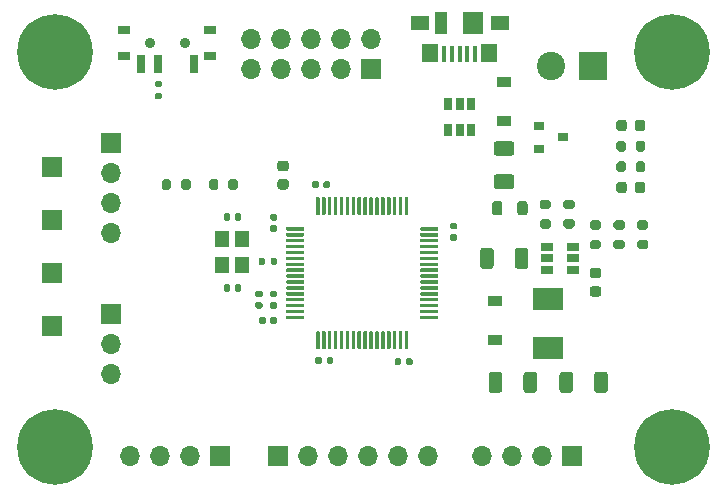
<source format=gbr>
%TF.GenerationSoftware,KiCad,Pcbnew,(5.1.10)-1*%
%TF.CreationDate,2021-07-10T11:27:40-07:00*%
%TF.ProjectId,willios_v2,77696c6c-696f-4735-9f76-322e6b696361,rev?*%
%TF.SameCoordinates,Original*%
%TF.FileFunction,Soldermask,Top*%
%TF.FilePolarity,Negative*%
%FSLAX46Y46*%
G04 Gerber Fmt 4.6, Leading zero omitted, Abs format (unit mm)*
G04 Created by KiCad (PCBNEW (5.1.10)-1) date 2021-07-10 11:27:40*
%MOMM*%
%LPD*%
G01*
G04 APERTURE LIST*
%ADD10O,1.700000X1.700000*%
%ADD11R,1.700000X1.700000*%
%ADD12C,6.400000*%
%ADD13C,0.800000*%
%ADD14R,1.200000X0.900000*%
%ADD15R,2.400000X2.400000*%
%ADD16C,2.400000*%
%ADD17R,0.450000X1.380000*%
%ADD18R,1.425000X1.550000*%
%ADD19R,1.650000X1.300000*%
%ADD20R,1.800000X1.900000*%
%ADD21R,1.000000X1.900000*%
%ADD22R,2.500000X1.900000*%
%ADD23R,0.900000X0.800000*%
%ADD24C,0.900000*%
%ADD25R,0.700000X1.500000*%
%ADD26R,1.000000X0.800000*%
%ADD27R,1.060000X0.650000*%
%ADD28R,0.650000X1.060000*%
%ADD29R,1.200000X1.400000*%
G04 APERTURE END LIST*
D10*
%TO.C,J9*%
X90700000Y-135620000D03*
X90700000Y-133080000D03*
X90700000Y-130540000D03*
D11*
X90700000Y-128000000D03*
%TD*%
%TO.C,R7*%
G36*
G01*
X101475000Y-131225000D02*
X101475000Y-131775000D01*
G75*
G02*
X101275000Y-131975000I-200000J0D01*
G01*
X100875000Y-131975000D01*
G75*
G02*
X100675000Y-131775000I0J200000D01*
G01*
X100675000Y-131225000D01*
G75*
G02*
X100875000Y-131025000I200000J0D01*
G01*
X101275000Y-131025000D01*
G75*
G02*
X101475000Y-131225000I0J-200000D01*
G01*
G37*
G36*
G01*
X99825000Y-131225000D02*
X99825000Y-131775000D01*
G75*
G02*
X99625000Y-131975000I-200000J0D01*
G01*
X99225000Y-131975000D01*
G75*
G02*
X99025000Y-131775000I0J200000D01*
G01*
X99025000Y-131225000D01*
G75*
G02*
X99225000Y-131025000I200000J0D01*
G01*
X99625000Y-131025000D01*
G75*
G02*
X99825000Y-131225000I0J-200000D01*
G01*
G37*
%TD*%
D12*
%TO.C,H1*%
X86000000Y-120250000D03*
D13*
X88400000Y-120250000D03*
X87697056Y-121947056D03*
X86000000Y-122650000D03*
X84302944Y-121947056D03*
X83600000Y-120250000D03*
X84302944Y-118552944D03*
X86000000Y-117850000D03*
X87697056Y-118552944D03*
%TD*%
D11*
%TO.C,J12*%
X85750000Y-134500000D03*
%TD*%
%TO.C,J11*%
X85750000Y-139000000D03*
%TD*%
%TO.C,J10*%
X85750000Y-143500000D03*
%TD*%
D10*
%TO.C,J8*%
X90750000Y-147580000D03*
X90750000Y-145040000D03*
D11*
X90750000Y-142500000D03*
%TD*%
%TO.C,J7*%
X85750000Y-130000000D03*
%TD*%
D10*
%TO.C,J6*%
X117540000Y-154500000D03*
X115000000Y-154500000D03*
X112460000Y-154500000D03*
X109920000Y-154500000D03*
X107380000Y-154500000D03*
D11*
X104840000Y-154500000D03*
%TD*%
D10*
%TO.C,J5*%
X92380000Y-154500000D03*
X94920000Y-154500000D03*
X97460000Y-154500000D03*
D11*
X100000000Y-154500000D03*
%TD*%
D10*
%TO.C,J4*%
X122130000Y-154500000D03*
X124670000Y-154500000D03*
X127210000Y-154500000D03*
D11*
X129750000Y-154500000D03*
%TD*%
%TO.C,C1*%
G36*
G01*
X131500000Y-140100000D02*
X132000000Y-140100000D01*
G75*
G02*
X132225000Y-140325000I0J-225000D01*
G01*
X132225000Y-140775000D01*
G75*
G02*
X132000000Y-141000000I-225000J0D01*
G01*
X131500000Y-141000000D01*
G75*
G02*
X131275000Y-140775000I0J225000D01*
G01*
X131275000Y-140325000D01*
G75*
G02*
X131500000Y-140100000I225000J0D01*
G01*
G37*
G36*
G01*
X131500000Y-138550000D02*
X132000000Y-138550000D01*
G75*
G02*
X132225000Y-138775000I0J-225000D01*
G01*
X132225000Y-139225000D01*
G75*
G02*
X132000000Y-139450000I-225000J0D01*
G01*
X131500000Y-139450000D01*
G75*
G02*
X131275000Y-139225000I0J225000D01*
G01*
X131275000Y-138775000D01*
G75*
G02*
X131500000Y-138550000I225000J0D01*
G01*
G37*
%TD*%
%TO.C,C2*%
G36*
G01*
X126075000Y-137099999D02*
X126075000Y-138400001D01*
G75*
G02*
X125825001Y-138650000I-249999J0D01*
G01*
X125174999Y-138650000D01*
G75*
G02*
X124925000Y-138400001I0J249999D01*
G01*
X124925000Y-137099999D01*
G75*
G02*
X125174999Y-136850000I249999J0D01*
G01*
X125825001Y-136850000D01*
G75*
G02*
X126075000Y-137099999I0J-249999D01*
G01*
G37*
G36*
G01*
X123125000Y-137099999D02*
X123125000Y-138400001D01*
G75*
G02*
X122875001Y-138650000I-249999J0D01*
G01*
X122224999Y-138650000D01*
G75*
G02*
X121975000Y-138400001I0J249999D01*
G01*
X121975000Y-137099999D01*
G75*
G02*
X122224999Y-136850000I249999J0D01*
G01*
X122875001Y-136850000D01*
G75*
G02*
X123125000Y-137099999I0J-249999D01*
G01*
G37*
%TD*%
%TO.C,C3*%
G36*
G01*
X131650000Y-148900001D02*
X131650000Y-147599999D01*
G75*
G02*
X131899999Y-147350000I249999J0D01*
G01*
X132550001Y-147350000D01*
G75*
G02*
X132800000Y-147599999I0J-249999D01*
G01*
X132800000Y-148900001D01*
G75*
G02*
X132550001Y-149150000I-249999J0D01*
G01*
X131899999Y-149150000D01*
G75*
G02*
X131650000Y-148900001I0J249999D01*
G01*
G37*
G36*
G01*
X128700000Y-148900001D02*
X128700000Y-147599999D01*
G75*
G02*
X128949999Y-147350000I249999J0D01*
G01*
X129600001Y-147350000D01*
G75*
G02*
X129850000Y-147599999I0J-249999D01*
G01*
X129850000Y-148900001D01*
G75*
G02*
X129600001Y-149150000I-249999J0D01*
G01*
X128949999Y-149150000D01*
G75*
G02*
X128700000Y-148900001I0J249999D01*
G01*
G37*
%TD*%
%TO.C,C4*%
G36*
G01*
X126800000Y-147599999D02*
X126800000Y-148900001D01*
G75*
G02*
X126550001Y-149150000I-249999J0D01*
G01*
X125899999Y-149150000D01*
G75*
G02*
X125650000Y-148900001I0J249999D01*
G01*
X125650000Y-147599999D01*
G75*
G02*
X125899999Y-147350000I249999J0D01*
G01*
X126550001Y-147350000D01*
G75*
G02*
X126800000Y-147599999I0J-249999D01*
G01*
G37*
G36*
G01*
X123850000Y-147599999D02*
X123850000Y-148900001D01*
G75*
G02*
X123600001Y-149150000I-249999J0D01*
G01*
X122949999Y-149150000D01*
G75*
G02*
X122700000Y-148900001I0J249999D01*
G01*
X122700000Y-147599999D01*
G75*
G02*
X122949999Y-147350000I249999J0D01*
G01*
X123600001Y-147350000D01*
G75*
G02*
X123850000Y-147599999I0J-249999D01*
G01*
G37*
%TD*%
%TO.C,C5*%
G36*
G01*
X105050000Y-129475000D02*
X105550000Y-129475000D01*
G75*
G02*
X105775000Y-129700000I0J-225000D01*
G01*
X105775000Y-130150000D01*
G75*
G02*
X105550000Y-130375000I-225000J0D01*
G01*
X105050000Y-130375000D01*
G75*
G02*
X104825000Y-130150000I0J225000D01*
G01*
X104825000Y-129700000D01*
G75*
G02*
X105050000Y-129475000I225000J0D01*
G01*
G37*
G36*
G01*
X105050000Y-131025000D02*
X105550000Y-131025000D01*
G75*
G02*
X105775000Y-131250000I0J-225000D01*
G01*
X105775000Y-131700000D01*
G75*
G02*
X105550000Y-131925000I-225000J0D01*
G01*
X105050000Y-131925000D01*
G75*
G02*
X104825000Y-131700000I0J225000D01*
G01*
X104825000Y-131250000D01*
G75*
G02*
X105050000Y-131025000I225000J0D01*
G01*
G37*
%TD*%
%TO.C,C6*%
G36*
G01*
X108720000Y-131670000D02*
X108720000Y-131330000D01*
G75*
G02*
X108860000Y-131190000I140000J0D01*
G01*
X109140000Y-131190000D01*
G75*
G02*
X109280000Y-131330000I0J-140000D01*
G01*
X109280000Y-131670000D01*
G75*
G02*
X109140000Y-131810000I-140000J0D01*
G01*
X108860000Y-131810000D01*
G75*
G02*
X108720000Y-131670000I0J140000D01*
G01*
G37*
G36*
G01*
X107760000Y-131670000D02*
X107760000Y-131330000D01*
G75*
G02*
X107900000Y-131190000I140000J0D01*
G01*
X108180000Y-131190000D01*
G75*
G02*
X108320000Y-131330000I0J-140000D01*
G01*
X108320000Y-131670000D01*
G75*
G02*
X108180000Y-131810000I-140000J0D01*
G01*
X107900000Y-131810000D01*
G75*
G02*
X107760000Y-131670000I0J140000D01*
G01*
G37*
%TD*%
%TO.C,C7*%
G36*
G01*
X109560000Y-146230000D02*
X109560000Y-146570000D01*
G75*
G02*
X109420000Y-146710000I-140000J0D01*
G01*
X109140000Y-146710000D01*
G75*
G02*
X109000000Y-146570000I0J140000D01*
G01*
X109000000Y-146230000D01*
G75*
G02*
X109140000Y-146090000I140000J0D01*
G01*
X109420000Y-146090000D01*
G75*
G02*
X109560000Y-146230000I0J-140000D01*
G01*
G37*
G36*
G01*
X108600000Y-146230000D02*
X108600000Y-146570000D01*
G75*
G02*
X108460000Y-146710000I-140000J0D01*
G01*
X108180000Y-146710000D01*
G75*
G02*
X108040000Y-146570000I0J140000D01*
G01*
X108040000Y-146230000D01*
G75*
G02*
X108180000Y-146090000I140000J0D01*
G01*
X108460000Y-146090000D01*
G75*
G02*
X108600000Y-146230000I0J-140000D01*
G01*
G37*
%TD*%
%TO.C,C8*%
G36*
G01*
X115300000Y-146330000D02*
X115300000Y-146670000D01*
G75*
G02*
X115160000Y-146810000I-140000J0D01*
G01*
X114880000Y-146810000D01*
G75*
G02*
X114740000Y-146670000I0J140000D01*
G01*
X114740000Y-146330000D01*
G75*
G02*
X114880000Y-146190000I140000J0D01*
G01*
X115160000Y-146190000D01*
G75*
G02*
X115300000Y-146330000I0J-140000D01*
G01*
G37*
G36*
G01*
X116260000Y-146330000D02*
X116260000Y-146670000D01*
G75*
G02*
X116120000Y-146810000I-140000J0D01*
G01*
X115840000Y-146810000D01*
G75*
G02*
X115700000Y-146670000I0J140000D01*
G01*
X115700000Y-146330000D01*
G75*
G02*
X115840000Y-146190000I140000J0D01*
G01*
X116120000Y-146190000D01*
G75*
G02*
X116260000Y-146330000I0J-140000D01*
G01*
G37*
%TD*%
%TO.C,C9*%
G36*
G01*
X119580000Y-134740000D02*
X119920000Y-134740000D01*
G75*
G02*
X120060000Y-134880000I0J-140000D01*
G01*
X120060000Y-135160000D01*
G75*
G02*
X119920000Y-135300000I-140000J0D01*
G01*
X119580000Y-135300000D01*
G75*
G02*
X119440000Y-135160000I0J140000D01*
G01*
X119440000Y-134880000D01*
G75*
G02*
X119580000Y-134740000I140000J0D01*
G01*
G37*
G36*
G01*
X119580000Y-135700000D02*
X119920000Y-135700000D01*
G75*
G02*
X120060000Y-135840000I0J-140000D01*
G01*
X120060000Y-136120000D01*
G75*
G02*
X119920000Y-136260000I-140000J0D01*
G01*
X119580000Y-136260000D01*
G75*
G02*
X119440000Y-136120000I0J140000D01*
G01*
X119440000Y-135840000D01*
G75*
G02*
X119580000Y-135700000I140000J0D01*
G01*
G37*
%TD*%
%TO.C,C10*%
G36*
G01*
X104670000Y-135510000D02*
X104330000Y-135510000D01*
G75*
G02*
X104190000Y-135370000I0J140000D01*
G01*
X104190000Y-135090000D01*
G75*
G02*
X104330000Y-134950000I140000J0D01*
G01*
X104670000Y-134950000D01*
G75*
G02*
X104810000Y-135090000I0J-140000D01*
G01*
X104810000Y-135370000D01*
G75*
G02*
X104670000Y-135510000I-140000J0D01*
G01*
G37*
G36*
G01*
X104670000Y-134550000D02*
X104330000Y-134550000D01*
G75*
G02*
X104190000Y-134410000I0J140000D01*
G01*
X104190000Y-134130000D01*
G75*
G02*
X104330000Y-133990000I140000J0D01*
G01*
X104670000Y-133990000D01*
G75*
G02*
X104810000Y-134130000I0J-140000D01*
G01*
X104810000Y-134410000D01*
G75*
G02*
X104670000Y-134550000I-140000J0D01*
G01*
G37*
%TD*%
%TO.C,C11*%
G36*
G01*
X103420000Y-141050000D02*
X103080000Y-141050000D01*
G75*
G02*
X102940000Y-140910000I0J140000D01*
G01*
X102940000Y-140630000D01*
G75*
G02*
X103080000Y-140490000I140000J0D01*
G01*
X103420000Y-140490000D01*
G75*
G02*
X103560000Y-140630000I0J-140000D01*
G01*
X103560000Y-140910000D01*
G75*
G02*
X103420000Y-141050000I-140000J0D01*
G01*
G37*
G36*
G01*
X103420000Y-142010000D02*
X103080000Y-142010000D01*
G75*
G02*
X102940000Y-141870000I0J140000D01*
G01*
X102940000Y-141590000D01*
G75*
G02*
X103080000Y-141450000I140000J0D01*
G01*
X103420000Y-141450000D01*
G75*
G02*
X103560000Y-141590000I0J-140000D01*
G01*
X103560000Y-141870000D01*
G75*
G02*
X103420000Y-142010000I-140000J0D01*
G01*
G37*
%TD*%
%TO.C,C12*%
G36*
G01*
X104670000Y-142010000D02*
X104330000Y-142010000D01*
G75*
G02*
X104190000Y-141870000I0J140000D01*
G01*
X104190000Y-141590000D01*
G75*
G02*
X104330000Y-141450000I140000J0D01*
G01*
X104670000Y-141450000D01*
G75*
G02*
X104810000Y-141590000I0J-140000D01*
G01*
X104810000Y-141870000D01*
G75*
G02*
X104670000Y-142010000I-140000J0D01*
G01*
G37*
G36*
G01*
X104670000Y-141050000D02*
X104330000Y-141050000D01*
G75*
G02*
X104190000Y-140910000I0J140000D01*
G01*
X104190000Y-140630000D01*
G75*
G02*
X104330000Y-140490000I140000J0D01*
G01*
X104670000Y-140490000D01*
G75*
G02*
X104810000Y-140630000I0J-140000D01*
G01*
X104810000Y-140910000D01*
G75*
G02*
X104670000Y-141050000I-140000J0D01*
G01*
G37*
%TD*%
%TO.C,C13*%
G36*
G01*
X100260000Y-134420000D02*
X100260000Y-134080000D01*
G75*
G02*
X100400000Y-133940000I140000J0D01*
G01*
X100680000Y-133940000D01*
G75*
G02*
X100820000Y-134080000I0J-140000D01*
G01*
X100820000Y-134420000D01*
G75*
G02*
X100680000Y-134560000I-140000J0D01*
G01*
X100400000Y-134560000D01*
G75*
G02*
X100260000Y-134420000I0J140000D01*
G01*
G37*
G36*
G01*
X101220000Y-134420000D02*
X101220000Y-134080000D01*
G75*
G02*
X101360000Y-133940000I140000J0D01*
G01*
X101640000Y-133940000D01*
G75*
G02*
X101780000Y-134080000I0J-140000D01*
G01*
X101780000Y-134420000D01*
G75*
G02*
X101640000Y-134560000I-140000J0D01*
G01*
X101360000Y-134560000D01*
G75*
G02*
X101220000Y-134420000I0J140000D01*
G01*
G37*
%TD*%
%TO.C,C14*%
G36*
G01*
X100820000Y-140080000D02*
X100820000Y-140420000D01*
G75*
G02*
X100680000Y-140560000I-140000J0D01*
G01*
X100400000Y-140560000D01*
G75*
G02*
X100260000Y-140420000I0J140000D01*
G01*
X100260000Y-140080000D01*
G75*
G02*
X100400000Y-139940000I140000J0D01*
G01*
X100680000Y-139940000D01*
G75*
G02*
X100820000Y-140080000I0J-140000D01*
G01*
G37*
G36*
G01*
X101780000Y-140080000D02*
X101780000Y-140420000D01*
G75*
G02*
X101640000Y-140560000I-140000J0D01*
G01*
X101360000Y-140560000D01*
G75*
G02*
X101220000Y-140420000I0J140000D01*
G01*
X101220000Y-140080000D01*
G75*
G02*
X101360000Y-139940000I140000J0D01*
G01*
X101640000Y-139940000D01*
G75*
G02*
X101780000Y-140080000I0J-140000D01*
G01*
G37*
%TD*%
D14*
%TO.C,D1*%
X124000000Y-122850000D03*
X124000000Y-126150000D03*
%TD*%
%TO.C,D2*%
X123250000Y-141350000D03*
X123250000Y-144650000D03*
%TD*%
%TO.C,D3*%
G36*
G01*
X133525000Y-126756250D02*
X133525000Y-126243750D01*
G75*
G02*
X133743750Y-126025000I218750J0D01*
G01*
X134181250Y-126025000D01*
G75*
G02*
X134400000Y-126243750I0J-218750D01*
G01*
X134400000Y-126756250D01*
G75*
G02*
X134181250Y-126975000I-218750J0D01*
G01*
X133743750Y-126975000D01*
G75*
G02*
X133525000Y-126756250I0J218750D01*
G01*
G37*
G36*
G01*
X135100000Y-126756250D02*
X135100000Y-126243750D01*
G75*
G02*
X135318750Y-126025000I218750J0D01*
G01*
X135756250Y-126025000D01*
G75*
G02*
X135975000Y-126243750I0J-218750D01*
G01*
X135975000Y-126756250D01*
G75*
G02*
X135756250Y-126975000I-218750J0D01*
G01*
X135318750Y-126975000D01*
G75*
G02*
X135100000Y-126756250I0J218750D01*
G01*
G37*
%TD*%
%TO.C,D4*%
G36*
G01*
X135100000Y-132006250D02*
X135100000Y-131493750D01*
G75*
G02*
X135318750Y-131275000I218750J0D01*
G01*
X135756250Y-131275000D01*
G75*
G02*
X135975000Y-131493750I0J-218750D01*
G01*
X135975000Y-132006250D01*
G75*
G02*
X135756250Y-132225000I-218750J0D01*
G01*
X135318750Y-132225000D01*
G75*
G02*
X135100000Y-132006250I0J218750D01*
G01*
G37*
G36*
G01*
X133525000Y-132006250D02*
X133525000Y-131493750D01*
G75*
G02*
X133743750Y-131275000I218750J0D01*
G01*
X134181250Y-131275000D01*
G75*
G02*
X134400000Y-131493750I0J-218750D01*
G01*
X134400000Y-132006250D01*
G75*
G02*
X134181250Y-132225000I-218750J0D01*
G01*
X133743750Y-132225000D01*
G75*
G02*
X133525000Y-132006250I0J218750D01*
G01*
G37*
%TD*%
%TO.C,F1*%
G36*
G01*
X124625000Y-131875000D02*
X123375000Y-131875000D01*
G75*
G02*
X123125000Y-131625000I0J250000D01*
G01*
X123125000Y-130875000D01*
G75*
G02*
X123375000Y-130625000I250000J0D01*
G01*
X124625000Y-130625000D01*
G75*
G02*
X124875000Y-130875000I0J-250000D01*
G01*
X124875000Y-131625000D01*
G75*
G02*
X124625000Y-131875000I-250000J0D01*
G01*
G37*
G36*
G01*
X124625000Y-129075000D02*
X123375000Y-129075000D01*
G75*
G02*
X123125000Y-128825000I0J250000D01*
G01*
X123125000Y-128075000D01*
G75*
G02*
X123375000Y-127825000I250000J0D01*
G01*
X124625000Y-127825000D01*
G75*
G02*
X124875000Y-128075000I0J-250000D01*
G01*
X124875000Y-128825000D01*
G75*
G02*
X124625000Y-129075000I-250000J0D01*
G01*
G37*
%TD*%
%TO.C,FB1*%
G36*
G01*
X126000000Y-133118750D02*
X126000000Y-133881250D01*
G75*
G02*
X125781250Y-134100000I-218750J0D01*
G01*
X125343750Y-134100000D01*
G75*
G02*
X125125000Y-133881250I0J218750D01*
G01*
X125125000Y-133118750D01*
G75*
G02*
X125343750Y-132900000I218750J0D01*
G01*
X125781250Y-132900000D01*
G75*
G02*
X126000000Y-133118750I0J-218750D01*
G01*
G37*
G36*
G01*
X123875000Y-133118750D02*
X123875000Y-133881250D01*
G75*
G02*
X123656250Y-134100000I-218750J0D01*
G01*
X123218750Y-134100000D01*
G75*
G02*
X123000000Y-133881250I0J218750D01*
G01*
X123000000Y-133118750D01*
G75*
G02*
X123218750Y-132900000I218750J0D01*
G01*
X123656250Y-132900000D01*
G75*
G02*
X123875000Y-133118750I0J-218750D01*
G01*
G37*
%TD*%
D13*
%TO.C,H2*%
X139947056Y-118552944D03*
X138250000Y-117850000D03*
X136552944Y-118552944D03*
X135850000Y-120250000D03*
X136552944Y-121947056D03*
X138250000Y-122650000D03*
X139947056Y-121947056D03*
X140650000Y-120250000D03*
D12*
X138250000Y-120250000D03*
%TD*%
%TO.C,H3*%
X86000000Y-153750000D03*
D13*
X88400000Y-153750000D03*
X87697056Y-155447056D03*
X86000000Y-156150000D03*
X84302944Y-155447056D03*
X83600000Y-153750000D03*
X84302944Y-152052944D03*
X86000000Y-151350000D03*
X87697056Y-152052944D03*
%TD*%
%TO.C,H4*%
X139947056Y-152052944D03*
X138250000Y-151350000D03*
X136552944Y-152052944D03*
X135850000Y-153750000D03*
X136552944Y-155447056D03*
X138250000Y-156150000D03*
X139947056Y-155447056D03*
X140650000Y-153750000D03*
D12*
X138250000Y-153750000D03*
%TD*%
D15*
%TO.C,J1*%
X131500000Y-121500000D03*
D16*
X128000000Y-121500000D03*
%TD*%
D17*
%TO.C,J2*%
X121550000Y-120460000D03*
X120900000Y-120460000D03*
X120250000Y-120460000D03*
X119600000Y-120460000D03*
X118950000Y-120460000D03*
D18*
X122737500Y-120375000D03*
X117762500Y-120375000D03*
D19*
X123625000Y-117800000D03*
X116875000Y-117800000D03*
D20*
X121400000Y-117800000D03*
D21*
X118700000Y-117800000D03*
%TD*%
D11*
%TO.C,J3*%
X112750000Y-121750000D03*
D10*
X112750000Y-119210000D03*
X110210000Y-121750000D03*
X110210000Y-119210000D03*
X107670000Y-121750000D03*
X107670000Y-119210000D03*
X105130000Y-121750000D03*
X105130000Y-119210000D03*
X102590000Y-121750000D03*
X102590000Y-119210000D03*
%TD*%
D22*
%TO.C,L1*%
X127750000Y-141200000D03*
X127750000Y-145300000D03*
%TD*%
%TO.C,L2*%
G36*
G01*
X103235000Y-143172500D02*
X103235000Y-142827500D01*
G75*
G02*
X103382500Y-142680000I147500J0D01*
G01*
X103677500Y-142680000D01*
G75*
G02*
X103825000Y-142827500I0J-147500D01*
G01*
X103825000Y-143172500D01*
G75*
G02*
X103677500Y-143320000I-147500J0D01*
G01*
X103382500Y-143320000D01*
G75*
G02*
X103235000Y-143172500I0J147500D01*
G01*
G37*
G36*
G01*
X104205000Y-143172500D02*
X104205000Y-142827500D01*
G75*
G02*
X104352500Y-142680000I147500J0D01*
G01*
X104647500Y-142680000D01*
G75*
G02*
X104795000Y-142827500I0J-147500D01*
G01*
X104795000Y-143172500D01*
G75*
G02*
X104647500Y-143320000I-147500J0D01*
G01*
X104352500Y-143320000D01*
G75*
G02*
X104205000Y-143172500I0J147500D01*
G01*
G37*
%TD*%
D23*
%TO.C,Q1*%
X127000000Y-126550000D03*
X127000000Y-128450000D03*
X129000000Y-127500000D03*
%TD*%
%TO.C,R1*%
G36*
G01*
X127225000Y-132775000D02*
X127775000Y-132775000D01*
G75*
G02*
X127975000Y-132975000I0J-200000D01*
G01*
X127975000Y-133375000D01*
G75*
G02*
X127775000Y-133575000I-200000J0D01*
G01*
X127225000Y-133575000D01*
G75*
G02*
X127025000Y-133375000I0J200000D01*
G01*
X127025000Y-132975000D01*
G75*
G02*
X127225000Y-132775000I200000J0D01*
G01*
G37*
G36*
G01*
X127225000Y-134425000D02*
X127775000Y-134425000D01*
G75*
G02*
X127975000Y-134625000I0J-200000D01*
G01*
X127975000Y-135025000D01*
G75*
G02*
X127775000Y-135225000I-200000J0D01*
G01*
X127225000Y-135225000D01*
G75*
G02*
X127025000Y-135025000I0J200000D01*
G01*
X127025000Y-134625000D01*
G75*
G02*
X127225000Y-134425000I200000J0D01*
G01*
G37*
%TD*%
%TO.C,R2*%
G36*
G01*
X129775000Y-133575000D02*
X129225000Y-133575000D01*
G75*
G02*
X129025000Y-133375000I0J200000D01*
G01*
X129025000Y-132975000D01*
G75*
G02*
X129225000Y-132775000I200000J0D01*
G01*
X129775000Y-132775000D01*
G75*
G02*
X129975000Y-132975000I0J-200000D01*
G01*
X129975000Y-133375000D01*
G75*
G02*
X129775000Y-133575000I-200000J0D01*
G01*
G37*
G36*
G01*
X129775000Y-135225000D02*
X129225000Y-135225000D01*
G75*
G02*
X129025000Y-135025000I0J200000D01*
G01*
X129025000Y-134625000D01*
G75*
G02*
X129225000Y-134425000I200000J0D01*
G01*
X129775000Y-134425000D01*
G75*
G02*
X129975000Y-134625000I0J-200000D01*
G01*
X129975000Y-135025000D01*
G75*
G02*
X129775000Y-135225000I-200000J0D01*
G01*
G37*
%TD*%
%TO.C,R3*%
G36*
G01*
X131475000Y-134525000D02*
X132025000Y-134525000D01*
G75*
G02*
X132225000Y-134725000I0J-200000D01*
G01*
X132225000Y-135125000D01*
G75*
G02*
X132025000Y-135325000I-200000J0D01*
G01*
X131475000Y-135325000D01*
G75*
G02*
X131275000Y-135125000I0J200000D01*
G01*
X131275000Y-134725000D01*
G75*
G02*
X131475000Y-134525000I200000J0D01*
G01*
G37*
G36*
G01*
X131475000Y-136175000D02*
X132025000Y-136175000D01*
G75*
G02*
X132225000Y-136375000I0J-200000D01*
G01*
X132225000Y-136775000D01*
G75*
G02*
X132025000Y-136975000I-200000J0D01*
G01*
X131475000Y-136975000D01*
G75*
G02*
X131275000Y-136775000I0J200000D01*
G01*
X131275000Y-136375000D01*
G75*
G02*
X131475000Y-136175000I200000J0D01*
G01*
G37*
%TD*%
%TO.C,R4*%
G36*
G01*
X134025000Y-136975000D02*
X133475000Y-136975000D01*
G75*
G02*
X133275000Y-136775000I0J200000D01*
G01*
X133275000Y-136375000D01*
G75*
G02*
X133475000Y-136175000I200000J0D01*
G01*
X134025000Y-136175000D01*
G75*
G02*
X134225000Y-136375000I0J-200000D01*
G01*
X134225000Y-136775000D01*
G75*
G02*
X134025000Y-136975000I-200000J0D01*
G01*
G37*
G36*
G01*
X134025000Y-135325000D02*
X133475000Y-135325000D01*
G75*
G02*
X133275000Y-135125000I0J200000D01*
G01*
X133275000Y-134725000D01*
G75*
G02*
X133475000Y-134525000I200000J0D01*
G01*
X134025000Y-134525000D01*
G75*
G02*
X134225000Y-134725000I0J-200000D01*
G01*
X134225000Y-135125000D01*
G75*
G02*
X134025000Y-135325000I-200000J0D01*
G01*
G37*
%TD*%
%TO.C,R5*%
G36*
G01*
X135475000Y-136175000D02*
X136025000Y-136175000D01*
G75*
G02*
X136225000Y-136375000I0J-200000D01*
G01*
X136225000Y-136775000D01*
G75*
G02*
X136025000Y-136975000I-200000J0D01*
G01*
X135475000Y-136975000D01*
G75*
G02*
X135275000Y-136775000I0J200000D01*
G01*
X135275000Y-136375000D01*
G75*
G02*
X135475000Y-136175000I200000J0D01*
G01*
G37*
G36*
G01*
X135475000Y-134525000D02*
X136025000Y-134525000D01*
G75*
G02*
X136225000Y-134725000I0J-200000D01*
G01*
X136225000Y-135125000D01*
G75*
G02*
X136025000Y-135325000I-200000J0D01*
G01*
X135475000Y-135325000D01*
G75*
G02*
X135275000Y-135125000I0J200000D01*
G01*
X135275000Y-134725000D01*
G75*
G02*
X135475000Y-134525000I200000J0D01*
G01*
G37*
%TD*%
%TO.C,R6*%
G36*
G01*
X135175000Y-128525000D02*
X135175000Y-127975000D01*
G75*
G02*
X135375000Y-127775000I200000J0D01*
G01*
X135775000Y-127775000D01*
G75*
G02*
X135975000Y-127975000I0J-200000D01*
G01*
X135975000Y-128525000D01*
G75*
G02*
X135775000Y-128725000I-200000J0D01*
G01*
X135375000Y-128725000D01*
G75*
G02*
X135175000Y-128525000I0J200000D01*
G01*
G37*
G36*
G01*
X133525000Y-128525000D02*
X133525000Y-127975000D01*
G75*
G02*
X133725000Y-127775000I200000J0D01*
G01*
X134125000Y-127775000D01*
G75*
G02*
X134325000Y-127975000I0J-200000D01*
G01*
X134325000Y-128525000D01*
G75*
G02*
X134125000Y-128725000I-200000J0D01*
G01*
X133725000Y-128725000D01*
G75*
G02*
X133525000Y-128525000I0J200000D01*
G01*
G37*
%TD*%
%TO.C,R8*%
G36*
G01*
X96675000Y-131775000D02*
X96675000Y-131225000D01*
G75*
G02*
X96875000Y-131025000I200000J0D01*
G01*
X97275000Y-131025000D01*
G75*
G02*
X97475000Y-131225000I0J-200000D01*
G01*
X97475000Y-131775000D01*
G75*
G02*
X97275000Y-131975000I-200000J0D01*
G01*
X96875000Y-131975000D01*
G75*
G02*
X96675000Y-131775000I0J200000D01*
G01*
G37*
G36*
G01*
X95025000Y-131775000D02*
X95025000Y-131225000D01*
G75*
G02*
X95225000Y-131025000I200000J0D01*
G01*
X95625000Y-131025000D01*
G75*
G02*
X95825000Y-131225000I0J-200000D01*
G01*
X95825000Y-131775000D01*
G75*
G02*
X95625000Y-131975000I-200000J0D01*
G01*
X95225000Y-131975000D01*
G75*
G02*
X95025000Y-131775000I0J200000D01*
G01*
G37*
%TD*%
%TO.C,R9*%
G36*
G01*
X94565000Y-122720000D02*
X94935000Y-122720000D01*
G75*
G02*
X95070000Y-122855000I0J-135000D01*
G01*
X95070000Y-123125000D01*
G75*
G02*
X94935000Y-123260000I-135000J0D01*
G01*
X94565000Y-123260000D01*
G75*
G02*
X94430000Y-123125000I0J135000D01*
G01*
X94430000Y-122855000D01*
G75*
G02*
X94565000Y-122720000I135000J0D01*
G01*
G37*
G36*
G01*
X94565000Y-123740000D02*
X94935000Y-123740000D01*
G75*
G02*
X95070000Y-123875000I0J-135000D01*
G01*
X95070000Y-124145000D01*
G75*
G02*
X94935000Y-124280000I-135000J0D01*
G01*
X94565000Y-124280000D01*
G75*
G02*
X94430000Y-124145000I0J135000D01*
G01*
X94430000Y-123875000D01*
G75*
G02*
X94565000Y-123740000I135000J0D01*
G01*
G37*
%TD*%
%TO.C,R10*%
G36*
G01*
X103760000Y-137815000D02*
X103760000Y-138185000D01*
G75*
G02*
X103625000Y-138320000I-135000J0D01*
G01*
X103355000Y-138320000D01*
G75*
G02*
X103220000Y-138185000I0J135000D01*
G01*
X103220000Y-137815000D01*
G75*
G02*
X103355000Y-137680000I135000J0D01*
G01*
X103625000Y-137680000D01*
G75*
G02*
X103760000Y-137815000I0J-135000D01*
G01*
G37*
G36*
G01*
X104780000Y-137815000D02*
X104780000Y-138185000D01*
G75*
G02*
X104645000Y-138320000I-135000J0D01*
G01*
X104375000Y-138320000D01*
G75*
G02*
X104240000Y-138185000I0J135000D01*
G01*
X104240000Y-137815000D01*
G75*
G02*
X104375000Y-137680000I135000J0D01*
G01*
X104645000Y-137680000D01*
G75*
G02*
X104780000Y-137815000I0J-135000D01*
G01*
G37*
%TD*%
%TO.C,R11*%
G36*
G01*
X133525000Y-130275000D02*
X133525000Y-129725000D01*
G75*
G02*
X133725000Y-129525000I200000J0D01*
G01*
X134125000Y-129525000D01*
G75*
G02*
X134325000Y-129725000I0J-200000D01*
G01*
X134325000Y-130275000D01*
G75*
G02*
X134125000Y-130475000I-200000J0D01*
G01*
X133725000Y-130475000D01*
G75*
G02*
X133525000Y-130275000I0J200000D01*
G01*
G37*
G36*
G01*
X135175000Y-130275000D02*
X135175000Y-129725000D01*
G75*
G02*
X135375000Y-129525000I200000J0D01*
G01*
X135775000Y-129525000D01*
G75*
G02*
X135975000Y-129725000I0J-200000D01*
G01*
X135975000Y-130275000D01*
G75*
G02*
X135775000Y-130475000I-200000J0D01*
G01*
X135375000Y-130475000D01*
G75*
G02*
X135175000Y-130275000I0J200000D01*
G01*
G37*
%TD*%
D24*
%TO.C,SW1*%
X97000000Y-119500000D03*
X94000000Y-119500000D03*
D25*
X97750000Y-121260000D03*
X94750000Y-121260000D03*
X93250000Y-121260000D03*
D26*
X99150000Y-118400000D03*
X91850000Y-118400000D03*
X91850000Y-120610000D03*
X99150000Y-120610000D03*
%TD*%
D27*
%TO.C,U1*%
X127650000Y-137750000D03*
X127650000Y-138700000D03*
X127650000Y-136800000D03*
X129850000Y-136800000D03*
X129850000Y-137750000D03*
X129850000Y-138700000D03*
%TD*%
D28*
%TO.C,U2*%
X121200000Y-124650000D03*
X120250000Y-124650000D03*
X119300000Y-124650000D03*
X119300000Y-126850000D03*
X121200000Y-126850000D03*
X120250000Y-126850000D03*
%TD*%
%TO.C,U3*%
G36*
G01*
X105550000Y-135325000D02*
X105550000Y-135175000D01*
G75*
G02*
X105625000Y-135100000I75000J0D01*
G01*
X107025000Y-135100000D01*
G75*
G02*
X107100000Y-135175000I0J-75000D01*
G01*
X107100000Y-135325000D01*
G75*
G02*
X107025000Y-135400000I-75000J0D01*
G01*
X105625000Y-135400000D01*
G75*
G02*
X105550000Y-135325000I0J75000D01*
G01*
G37*
G36*
G01*
X105550000Y-135825000D02*
X105550000Y-135675000D01*
G75*
G02*
X105625000Y-135600000I75000J0D01*
G01*
X107025000Y-135600000D01*
G75*
G02*
X107100000Y-135675000I0J-75000D01*
G01*
X107100000Y-135825000D01*
G75*
G02*
X107025000Y-135900000I-75000J0D01*
G01*
X105625000Y-135900000D01*
G75*
G02*
X105550000Y-135825000I0J75000D01*
G01*
G37*
G36*
G01*
X105550000Y-136325000D02*
X105550000Y-136175000D01*
G75*
G02*
X105625000Y-136100000I75000J0D01*
G01*
X107025000Y-136100000D01*
G75*
G02*
X107100000Y-136175000I0J-75000D01*
G01*
X107100000Y-136325000D01*
G75*
G02*
X107025000Y-136400000I-75000J0D01*
G01*
X105625000Y-136400000D01*
G75*
G02*
X105550000Y-136325000I0J75000D01*
G01*
G37*
G36*
G01*
X105550000Y-136825000D02*
X105550000Y-136675000D01*
G75*
G02*
X105625000Y-136600000I75000J0D01*
G01*
X107025000Y-136600000D01*
G75*
G02*
X107100000Y-136675000I0J-75000D01*
G01*
X107100000Y-136825000D01*
G75*
G02*
X107025000Y-136900000I-75000J0D01*
G01*
X105625000Y-136900000D01*
G75*
G02*
X105550000Y-136825000I0J75000D01*
G01*
G37*
G36*
G01*
X105550000Y-137325000D02*
X105550000Y-137175000D01*
G75*
G02*
X105625000Y-137100000I75000J0D01*
G01*
X107025000Y-137100000D01*
G75*
G02*
X107100000Y-137175000I0J-75000D01*
G01*
X107100000Y-137325000D01*
G75*
G02*
X107025000Y-137400000I-75000J0D01*
G01*
X105625000Y-137400000D01*
G75*
G02*
X105550000Y-137325000I0J75000D01*
G01*
G37*
G36*
G01*
X105550000Y-137825000D02*
X105550000Y-137675000D01*
G75*
G02*
X105625000Y-137600000I75000J0D01*
G01*
X107025000Y-137600000D01*
G75*
G02*
X107100000Y-137675000I0J-75000D01*
G01*
X107100000Y-137825000D01*
G75*
G02*
X107025000Y-137900000I-75000J0D01*
G01*
X105625000Y-137900000D01*
G75*
G02*
X105550000Y-137825000I0J75000D01*
G01*
G37*
G36*
G01*
X105550000Y-138325000D02*
X105550000Y-138175000D01*
G75*
G02*
X105625000Y-138100000I75000J0D01*
G01*
X107025000Y-138100000D01*
G75*
G02*
X107100000Y-138175000I0J-75000D01*
G01*
X107100000Y-138325000D01*
G75*
G02*
X107025000Y-138400000I-75000J0D01*
G01*
X105625000Y-138400000D01*
G75*
G02*
X105550000Y-138325000I0J75000D01*
G01*
G37*
G36*
G01*
X105550000Y-138825000D02*
X105550000Y-138675000D01*
G75*
G02*
X105625000Y-138600000I75000J0D01*
G01*
X107025000Y-138600000D01*
G75*
G02*
X107100000Y-138675000I0J-75000D01*
G01*
X107100000Y-138825000D01*
G75*
G02*
X107025000Y-138900000I-75000J0D01*
G01*
X105625000Y-138900000D01*
G75*
G02*
X105550000Y-138825000I0J75000D01*
G01*
G37*
G36*
G01*
X105550000Y-139325000D02*
X105550000Y-139175000D01*
G75*
G02*
X105625000Y-139100000I75000J0D01*
G01*
X107025000Y-139100000D01*
G75*
G02*
X107100000Y-139175000I0J-75000D01*
G01*
X107100000Y-139325000D01*
G75*
G02*
X107025000Y-139400000I-75000J0D01*
G01*
X105625000Y-139400000D01*
G75*
G02*
X105550000Y-139325000I0J75000D01*
G01*
G37*
G36*
G01*
X105550000Y-139825000D02*
X105550000Y-139675000D01*
G75*
G02*
X105625000Y-139600000I75000J0D01*
G01*
X107025000Y-139600000D01*
G75*
G02*
X107100000Y-139675000I0J-75000D01*
G01*
X107100000Y-139825000D01*
G75*
G02*
X107025000Y-139900000I-75000J0D01*
G01*
X105625000Y-139900000D01*
G75*
G02*
X105550000Y-139825000I0J75000D01*
G01*
G37*
G36*
G01*
X105550000Y-140325000D02*
X105550000Y-140175000D01*
G75*
G02*
X105625000Y-140100000I75000J0D01*
G01*
X107025000Y-140100000D01*
G75*
G02*
X107100000Y-140175000I0J-75000D01*
G01*
X107100000Y-140325000D01*
G75*
G02*
X107025000Y-140400000I-75000J0D01*
G01*
X105625000Y-140400000D01*
G75*
G02*
X105550000Y-140325000I0J75000D01*
G01*
G37*
G36*
G01*
X105550000Y-140825000D02*
X105550000Y-140675000D01*
G75*
G02*
X105625000Y-140600000I75000J0D01*
G01*
X107025000Y-140600000D01*
G75*
G02*
X107100000Y-140675000I0J-75000D01*
G01*
X107100000Y-140825000D01*
G75*
G02*
X107025000Y-140900000I-75000J0D01*
G01*
X105625000Y-140900000D01*
G75*
G02*
X105550000Y-140825000I0J75000D01*
G01*
G37*
G36*
G01*
X105550000Y-141325000D02*
X105550000Y-141175000D01*
G75*
G02*
X105625000Y-141100000I75000J0D01*
G01*
X107025000Y-141100000D01*
G75*
G02*
X107100000Y-141175000I0J-75000D01*
G01*
X107100000Y-141325000D01*
G75*
G02*
X107025000Y-141400000I-75000J0D01*
G01*
X105625000Y-141400000D01*
G75*
G02*
X105550000Y-141325000I0J75000D01*
G01*
G37*
G36*
G01*
X105550000Y-141825000D02*
X105550000Y-141675000D01*
G75*
G02*
X105625000Y-141600000I75000J0D01*
G01*
X107025000Y-141600000D01*
G75*
G02*
X107100000Y-141675000I0J-75000D01*
G01*
X107100000Y-141825000D01*
G75*
G02*
X107025000Y-141900000I-75000J0D01*
G01*
X105625000Y-141900000D01*
G75*
G02*
X105550000Y-141825000I0J75000D01*
G01*
G37*
G36*
G01*
X105550000Y-142325000D02*
X105550000Y-142175000D01*
G75*
G02*
X105625000Y-142100000I75000J0D01*
G01*
X107025000Y-142100000D01*
G75*
G02*
X107100000Y-142175000I0J-75000D01*
G01*
X107100000Y-142325000D01*
G75*
G02*
X107025000Y-142400000I-75000J0D01*
G01*
X105625000Y-142400000D01*
G75*
G02*
X105550000Y-142325000I0J75000D01*
G01*
G37*
G36*
G01*
X105550000Y-142825000D02*
X105550000Y-142675000D01*
G75*
G02*
X105625000Y-142600000I75000J0D01*
G01*
X107025000Y-142600000D01*
G75*
G02*
X107100000Y-142675000I0J-75000D01*
G01*
X107100000Y-142825000D01*
G75*
G02*
X107025000Y-142900000I-75000J0D01*
G01*
X105625000Y-142900000D01*
G75*
G02*
X105550000Y-142825000I0J75000D01*
G01*
G37*
G36*
G01*
X108100000Y-145375000D02*
X108100000Y-143975000D01*
G75*
G02*
X108175000Y-143900000I75000J0D01*
G01*
X108325000Y-143900000D01*
G75*
G02*
X108400000Y-143975000I0J-75000D01*
G01*
X108400000Y-145375000D01*
G75*
G02*
X108325000Y-145450000I-75000J0D01*
G01*
X108175000Y-145450000D01*
G75*
G02*
X108100000Y-145375000I0J75000D01*
G01*
G37*
G36*
G01*
X108600000Y-145375000D02*
X108600000Y-143975000D01*
G75*
G02*
X108675000Y-143900000I75000J0D01*
G01*
X108825000Y-143900000D01*
G75*
G02*
X108900000Y-143975000I0J-75000D01*
G01*
X108900000Y-145375000D01*
G75*
G02*
X108825000Y-145450000I-75000J0D01*
G01*
X108675000Y-145450000D01*
G75*
G02*
X108600000Y-145375000I0J75000D01*
G01*
G37*
G36*
G01*
X109100000Y-145375000D02*
X109100000Y-143975000D01*
G75*
G02*
X109175000Y-143900000I75000J0D01*
G01*
X109325000Y-143900000D01*
G75*
G02*
X109400000Y-143975000I0J-75000D01*
G01*
X109400000Y-145375000D01*
G75*
G02*
X109325000Y-145450000I-75000J0D01*
G01*
X109175000Y-145450000D01*
G75*
G02*
X109100000Y-145375000I0J75000D01*
G01*
G37*
G36*
G01*
X109600000Y-145375000D02*
X109600000Y-143975000D01*
G75*
G02*
X109675000Y-143900000I75000J0D01*
G01*
X109825000Y-143900000D01*
G75*
G02*
X109900000Y-143975000I0J-75000D01*
G01*
X109900000Y-145375000D01*
G75*
G02*
X109825000Y-145450000I-75000J0D01*
G01*
X109675000Y-145450000D01*
G75*
G02*
X109600000Y-145375000I0J75000D01*
G01*
G37*
G36*
G01*
X110100000Y-145375000D02*
X110100000Y-143975000D01*
G75*
G02*
X110175000Y-143900000I75000J0D01*
G01*
X110325000Y-143900000D01*
G75*
G02*
X110400000Y-143975000I0J-75000D01*
G01*
X110400000Y-145375000D01*
G75*
G02*
X110325000Y-145450000I-75000J0D01*
G01*
X110175000Y-145450000D01*
G75*
G02*
X110100000Y-145375000I0J75000D01*
G01*
G37*
G36*
G01*
X110600000Y-145375000D02*
X110600000Y-143975000D01*
G75*
G02*
X110675000Y-143900000I75000J0D01*
G01*
X110825000Y-143900000D01*
G75*
G02*
X110900000Y-143975000I0J-75000D01*
G01*
X110900000Y-145375000D01*
G75*
G02*
X110825000Y-145450000I-75000J0D01*
G01*
X110675000Y-145450000D01*
G75*
G02*
X110600000Y-145375000I0J75000D01*
G01*
G37*
G36*
G01*
X111100000Y-145375000D02*
X111100000Y-143975000D01*
G75*
G02*
X111175000Y-143900000I75000J0D01*
G01*
X111325000Y-143900000D01*
G75*
G02*
X111400000Y-143975000I0J-75000D01*
G01*
X111400000Y-145375000D01*
G75*
G02*
X111325000Y-145450000I-75000J0D01*
G01*
X111175000Y-145450000D01*
G75*
G02*
X111100000Y-145375000I0J75000D01*
G01*
G37*
G36*
G01*
X111600000Y-145375000D02*
X111600000Y-143975000D01*
G75*
G02*
X111675000Y-143900000I75000J0D01*
G01*
X111825000Y-143900000D01*
G75*
G02*
X111900000Y-143975000I0J-75000D01*
G01*
X111900000Y-145375000D01*
G75*
G02*
X111825000Y-145450000I-75000J0D01*
G01*
X111675000Y-145450000D01*
G75*
G02*
X111600000Y-145375000I0J75000D01*
G01*
G37*
G36*
G01*
X112100000Y-145375000D02*
X112100000Y-143975000D01*
G75*
G02*
X112175000Y-143900000I75000J0D01*
G01*
X112325000Y-143900000D01*
G75*
G02*
X112400000Y-143975000I0J-75000D01*
G01*
X112400000Y-145375000D01*
G75*
G02*
X112325000Y-145450000I-75000J0D01*
G01*
X112175000Y-145450000D01*
G75*
G02*
X112100000Y-145375000I0J75000D01*
G01*
G37*
G36*
G01*
X112600000Y-145375000D02*
X112600000Y-143975000D01*
G75*
G02*
X112675000Y-143900000I75000J0D01*
G01*
X112825000Y-143900000D01*
G75*
G02*
X112900000Y-143975000I0J-75000D01*
G01*
X112900000Y-145375000D01*
G75*
G02*
X112825000Y-145450000I-75000J0D01*
G01*
X112675000Y-145450000D01*
G75*
G02*
X112600000Y-145375000I0J75000D01*
G01*
G37*
G36*
G01*
X113100000Y-145375000D02*
X113100000Y-143975000D01*
G75*
G02*
X113175000Y-143900000I75000J0D01*
G01*
X113325000Y-143900000D01*
G75*
G02*
X113400000Y-143975000I0J-75000D01*
G01*
X113400000Y-145375000D01*
G75*
G02*
X113325000Y-145450000I-75000J0D01*
G01*
X113175000Y-145450000D01*
G75*
G02*
X113100000Y-145375000I0J75000D01*
G01*
G37*
G36*
G01*
X113600000Y-145375000D02*
X113600000Y-143975000D01*
G75*
G02*
X113675000Y-143900000I75000J0D01*
G01*
X113825000Y-143900000D01*
G75*
G02*
X113900000Y-143975000I0J-75000D01*
G01*
X113900000Y-145375000D01*
G75*
G02*
X113825000Y-145450000I-75000J0D01*
G01*
X113675000Y-145450000D01*
G75*
G02*
X113600000Y-145375000I0J75000D01*
G01*
G37*
G36*
G01*
X114100000Y-145375000D02*
X114100000Y-143975000D01*
G75*
G02*
X114175000Y-143900000I75000J0D01*
G01*
X114325000Y-143900000D01*
G75*
G02*
X114400000Y-143975000I0J-75000D01*
G01*
X114400000Y-145375000D01*
G75*
G02*
X114325000Y-145450000I-75000J0D01*
G01*
X114175000Y-145450000D01*
G75*
G02*
X114100000Y-145375000I0J75000D01*
G01*
G37*
G36*
G01*
X114600000Y-145375000D02*
X114600000Y-143975000D01*
G75*
G02*
X114675000Y-143900000I75000J0D01*
G01*
X114825000Y-143900000D01*
G75*
G02*
X114900000Y-143975000I0J-75000D01*
G01*
X114900000Y-145375000D01*
G75*
G02*
X114825000Y-145450000I-75000J0D01*
G01*
X114675000Y-145450000D01*
G75*
G02*
X114600000Y-145375000I0J75000D01*
G01*
G37*
G36*
G01*
X115100000Y-145375000D02*
X115100000Y-143975000D01*
G75*
G02*
X115175000Y-143900000I75000J0D01*
G01*
X115325000Y-143900000D01*
G75*
G02*
X115400000Y-143975000I0J-75000D01*
G01*
X115400000Y-145375000D01*
G75*
G02*
X115325000Y-145450000I-75000J0D01*
G01*
X115175000Y-145450000D01*
G75*
G02*
X115100000Y-145375000I0J75000D01*
G01*
G37*
G36*
G01*
X115600000Y-145375000D02*
X115600000Y-143975000D01*
G75*
G02*
X115675000Y-143900000I75000J0D01*
G01*
X115825000Y-143900000D01*
G75*
G02*
X115900000Y-143975000I0J-75000D01*
G01*
X115900000Y-145375000D01*
G75*
G02*
X115825000Y-145450000I-75000J0D01*
G01*
X115675000Y-145450000D01*
G75*
G02*
X115600000Y-145375000I0J75000D01*
G01*
G37*
G36*
G01*
X116900000Y-142825000D02*
X116900000Y-142675000D01*
G75*
G02*
X116975000Y-142600000I75000J0D01*
G01*
X118375000Y-142600000D01*
G75*
G02*
X118450000Y-142675000I0J-75000D01*
G01*
X118450000Y-142825000D01*
G75*
G02*
X118375000Y-142900000I-75000J0D01*
G01*
X116975000Y-142900000D01*
G75*
G02*
X116900000Y-142825000I0J75000D01*
G01*
G37*
G36*
G01*
X116900000Y-142325000D02*
X116900000Y-142175000D01*
G75*
G02*
X116975000Y-142100000I75000J0D01*
G01*
X118375000Y-142100000D01*
G75*
G02*
X118450000Y-142175000I0J-75000D01*
G01*
X118450000Y-142325000D01*
G75*
G02*
X118375000Y-142400000I-75000J0D01*
G01*
X116975000Y-142400000D01*
G75*
G02*
X116900000Y-142325000I0J75000D01*
G01*
G37*
G36*
G01*
X116900000Y-141825000D02*
X116900000Y-141675000D01*
G75*
G02*
X116975000Y-141600000I75000J0D01*
G01*
X118375000Y-141600000D01*
G75*
G02*
X118450000Y-141675000I0J-75000D01*
G01*
X118450000Y-141825000D01*
G75*
G02*
X118375000Y-141900000I-75000J0D01*
G01*
X116975000Y-141900000D01*
G75*
G02*
X116900000Y-141825000I0J75000D01*
G01*
G37*
G36*
G01*
X116900000Y-141325000D02*
X116900000Y-141175000D01*
G75*
G02*
X116975000Y-141100000I75000J0D01*
G01*
X118375000Y-141100000D01*
G75*
G02*
X118450000Y-141175000I0J-75000D01*
G01*
X118450000Y-141325000D01*
G75*
G02*
X118375000Y-141400000I-75000J0D01*
G01*
X116975000Y-141400000D01*
G75*
G02*
X116900000Y-141325000I0J75000D01*
G01*
G37*
G36*
G01*
X116900000Y-140825000D02*
X116900000Y-140675000D01*
G75*
G02*
X116975000Y-140600000I75000J0D01*
G01*
X118375000Y-140600000D01*
G75*
G02*
X118450000Y-140675000I0J-75000D01*
G01*
X118450000Y-140825000D01*
G75*
G02*
X118375000Y-140900000I-75000J0D01*
G01*
X116975000Y-140900000D01*
G75*
G02*
X116900000Y-140825000I0J75000D01*
G01*
G37*
G36*
G01*
X116900000Y-140325000D02*
X116900000Y-140175000D01*
G75*
G02*
X116975000Y-140100000I75000J0D01*
G01*
X118375000Y-140100000D01*
G75*
G02*
X118450000Y-140175000I0J-75000D01*
G01*
X118450000Y-140325000D01*
G75*
G02*
X118375000Y-140400000I-75000J0D01*
G01*
X116975000Y-140400000D01*
G75*
G02*
X116900000Y-140325000I0J75000D01*
G01*
G37*
G36*
G01*
X116900000Y-139825000D02*
X116900000Y-139675000D01*
G75*
G02*
X116975000Y-139600000I75000J0D01*
G01*
X118375000Y-139600000D01*
G75*
G02*
X118450000Y-139675000I0J-75000D01*
G01*
X118450000Y-139825000D01*
G75*
G02*
X118375000Y-139900000I-75000J0D01*
G01*
X116975000Y-139900000D01*
G75*
G02*
X116900000Y-139825000I0J75000D01*
G01*
G37*
G36*
G01*
X116900000Y-139325000D02*
X116900000Y-139175000D01*
G75*
G02*
X116975000Y-139100000I75000J0D01*
G01*
X118375000Y-139100000D01*
G75*
G02*
X118450000Y-139175000I0J-75000D01*
G01*
X118450000Y-139325000D01*
G75*
G02*
X118375000Y-139400000I-75000J0D01*
G01*
X116975000Y-139400000D01*
G75*
G02*
X116900000Y-139325000I0J75000D01*
G01*
G37*
G36*
G01*
X116900000Y-138825000D02*
X116900000Y-138675000D01*
G75*
G02*
X116975000Y-138600000I75000J0D01*
G01*
X118375000Y-138600000D01*
G75*
G02*
X118450000Y-138675000I0J-75000D01*
G01*
X118450000Y-138825000D01*
G75*
G02*
X118375000Y-138900000I-75000J0D01*
G01*
X116975000Y-138900000D01*
G75*
G02*
X116900000Y-138825000I0J75000D01*
G01*
G37*
G36*
G01*
X116900000Y-138325000D02*
X116900000Y-138175000D01*
G75*
G02*
X116975000Y-138100000I75000J0D01*
G01*
X118375000Y-138100000D01*
G75*
G02*
X118450000Y-138175000I0J-75000D01*
G01*
X118450000Y-138325000D01*
G75*
G02*
X118375000Y-138400000I-75000J0D01*
G01*
X116975000Y-138400000D01*
G75*
G02*
X116900000Y-138325000I0J75000D01*
G01*
G37*
G36*
G01*
X116900000Y-137825000D02*
X116900000Y-137675000D01*
G75*
G02*
X116975000Y-137600000I75000J0D01*
G01*
X118375000Y-137600000D01*
G75*
G02*
X118450000Y-137675000I0J-75000D01*
G01*
X118450000Y-137825000D01*
G75*
G02*
X118375000Y-137900000I-75000J0D01*
G01*
X116975000Y-137900000D01*
G75*
G02*
X116900000Y-137825000I0J75000D01*
G01*
G37*
G36*
G01*
X116900000Y-137325000D02*
X116900000Y-137175000D01*
G75*
G02*
X116975000Y-137100000I75000J0D01*
G01*
X118375000Y-137100000D01*
G75*
G02*
X118450000Y-137175000I0J-75000D01*
G01*
X118450000Y-137325000D01*
G75*
G02*
X118375000Y-137400000I-75000J0D01*
G01*
X116975000Y-137400000D01*
G75*
G02*
X116900000Y-137325000I0J75000D01*
G01*
G37*
G36*
G01*
X116900000Y-136825000D02*
X116900000Y-136675000D01*
G75*
G02*
X116975000Y-136600000I75000J0D01*
G01*
X118375000Y-136600000D01*
G75*
G02*
X118450000Y-136675000I0J-75000D01*
G01*
X118450000Y-136825000D01*
G75*
G02*
X118375000Y-136900000I-75000J0D01*
G01*
X116975000Y-136900000D01*
G75*
G02*
X116900000Y-136825000I0J75000D01*
G01*
G37*
G36*
G01*
X116900000Y-136325000D02*
X116900000Y-136175000D01*
G75*
G02*
X116975000Y-136100000I75000J0D01*
G01*
X118375000Y-136100000D01*
G75*
G02*
X118450000Y-136175000I0J-75000D01*
G01*
X118450000Y-136325000D01*
G75*
G02*
X118375000Y-136400000I-75000J0D01*
G01*
X116975000Y-136400000D01*
G75*
G02*
X116900000Y-136325000I0J75000D01*
G01*
G37*
G36*
G01*
X116900000Y-135825000D02*
X116900000Y-135675000D01*
G75*
G02*
X116975000Y-135600000I75000J0D01*
G01*
X118375000Y-135600000D01*
G75*
G02*
X118450000Y-135675000I0J-75000D01*
G01*
X118450000Y-135825000D01*
G75*
G02*
X118375000Y-135900000I-75000J0D01*
G01*
X116975000Y-135900000D01*
G75*
G02*
X116900000Y-135825000I0J75000D01*
G01*
G37*
G36*
G01*
X116900000Y-135325000D02*
X116900000Y-135175000D01*
G75*
G02*
X116975000Y-135100000I75000J0D01*
G01*
X118375000Y-135100000D01*
G75*
G02*
X118450000Y-135175000I0J-75000D01*
G01*
X118450000Y-135325000D01*
G75*
G02*
X118375000Y-135400000I-75000J0D01*
G01*
X116975000Y-135400000D01*
G75*
G02*
X116900000Y-135325000I0J75000D01*
G01*
G37*
G36*
G01*
X115600000Y-134025000D02*
X115600000Y-132625000D01*
G75*
G02*
X115675000Y-132550000I75000J0D01*
G01*
X115825000Y-132550000D01*
G75*
G02*
X115900000Y-132625000I0J-75000D01*
G01*
X115900000Y-134025000D01*
G75*
G02*
X115825000Y-134100000I-75000J0D01*
G01*
X115675000Y-134100000D01*
G75*
G02*
X115600000Y-134025000I0J75000D01*
G01*
G37*
G36*
G01*
X115100000Y-134025000D02*
X115100000Y-132625000D01*
G75*
G02*
X115175000Y-132550000I75000J0D01*
G01*
X115325000Y-132550000D01*
G75*
G02*
X115400000Y-132625000I0J-75000D01*
G01*
X115400000Y-134025000D01*
G75*
G02*
X115325000Y-134100000I-75000J0D01*
G01*
X115175000Y-134100000D01*
G75*
G02*
X115100000Y-134025000I0J75000D01*
G01*
G37*
G36*
G01*
X114600000Y-134025000D02*
X114600000Y-132625000D01*
G75*
G02*
X114675000Y-132550000I75000J0D01*
G01*
X114825000Y-132550000D01*
G75*
G02*
X114900000Y-132625000I0J-75000D01*
G01*
X114900000Y-134025000D01*
G75*
G02*
X114825000Y-134100000I-75000J0D01*
G01*
X114675000Y-134100000D01*
G75*
G02*
X114600000Y-134025000I0J75000D01*
G01*
G37*
G36*
G01*
X114100000Y-134025000D02*
X114100000Y-132625000D01*
G75*
G02*
X114175000Y-132550000I75000J0D01*
G01*
X114325000Y-132550000D01*
G75*
G02*
X114400000Y-132625000I0J-75000D01*
G01*
X114400000Y-134025000D01*
G75*
G02*
X114325000Y-134100000I-75000J0D01*
G01*
X114175000Y-134100000D01*
G75*
G02*
X114100000Y-134025000I0J75000D01*
G01*
G37*
G36*
G01*
X113600000Y-134025000D02*
X113600000Y-132625000D01*
G75*
G02*
X113675000Y-132550000I75000J0D01*
G01*
X113825000Y-132550000D01*
G75*
G02*
X113900000Y-132625000I0J-75000D01*
G01*
X113900000Y-134025000D01*
G75*
G02*
X113825000Y-134100000I-75000J0D01*
G01*
X113675000Y-134100000D01*
G75*
G02*
X113600000Y-134025000I0J75000D01*
G01*
G37*
G36*
G01*
X113100000Y-134025000D02*
X113100000Y-132625000D01*
G75*
G02*
X113175000Y-132550000I75000J0D01*
G01*
X113325000Y-132550000D01*
G75*
G02*
X113400000Y-132625000I0J-75000D01*
G01*
X113400000Y-134025000D01*
G75*
G02*
X113325000Y-134100000I-75000J0D01*
G01*
X113175000Y-134100000D01*
G75*
G02*
X113100000Y-134025000I0J75000D01*
G01*
G37*
G36*
G01*
X112600000Y-134025000D02*
X112600000Y-132625000D01*
G75*
G02*
X112675000Y-132550000I75000J0D01*
G01*
X112825000Y-132550000D01*
G75*
G02*
X112900000Y-132625000I0J-75000D01*
G01*
X112900000Y-134025000D01*
G75*
G02*
X112825000Y-134100000I-75000J0D01*
G01*
X112675000Y-134100000D01*
G75*
G02*
X112600000Y-134025000I0J75000D01*
G01*
G37*
G36*
G01*
X112100000Y-134025000D02*
X112100000Y-132625000D01*
G75*
G02*
X112175000Y-132550000I75000J0D01*
G01*
X112325000Y-132550000D01*
G75*
G02*
X112400000Y-132625000I0J-75000D01*
G01*
X112400000Y-134025000D01*
G75*
G02*
X112325000Y-134100000I-75000J0D01*
G01*
X112175000Y-134100000D01*
G75*
G02*
X112100000Y-134025000I0J75000D01*
G01*
G37*
G36*
G01*
X111600000Y-134025000D02*
X111600000Y-132625000D01*
G75*
G02*
X111675000Y-132550000I75000J0D01*
G01*
X111825000Y-132550000D01*
G75*
G02*
X111900000Y-132625000I0J-75000D01*
G01*
X111900000Y-134025000D01*
G75*
G02*
X111825000Y-134100000I-75000J0D01*
G01*
X111675000Y-134100000D01*
G75*
G02*
X111600000Y-134025000I0J75000D01*
G01*
G37*
G36*
G01*
X111100000Y-134025000D02*
X111100000Y-132625000D01*
G75*
G02*
X111175000Y-132550000I75000J0D01*
G01*
X111325000Y-132550000D01*
G75*
G02*
X111400000Y-132625000I0J-75000D01*
G01*
X111400000Y-134025000D01*
G75*
G02*
X111325000Y-134100000I-75000J0D01*
G01*
X111175000Y-134100000D01*
G75*
G02*
X111100000Y-134025000I0J75000D01*
G01*
G37*
G36*
G01*
X110600000Y-134025000D02*
X110600000Y-132625000D01*
G75*
G02*
X110675000Y-132550000I75000J0D01*
G01*
X110825000Y-132550000D01*
G75*
G02*
X110900000Y-132625000I0J-75000D01*
G01*
X110900000Y-134025000D01*
G75*
G02*
X110825000Y-134100000I-75000J0D01*
G01*
X110675000Y-134100000D01*
G75*
G02*
X110600000Y-134025000I0J75000D01*
G01*
G37*
G36*
G01*
X110100000Y-134025000D02*
X110100000Y-132625000D01*
G75*
G02*
X110175000Y-132550000I75000J0D01*
G01*
X110325000Y-132550000D01*
G75*
G02*
X110400000Y-132625000I0J-75000D01*
G01*
X110400000Y-134025000D01*
G75*
G02*
X110325000Y-134100000I-75000J0D01*
G01*
X110175000Y-134100000D01*
G75*
G02*
X110100000Y-134025000I0J75000D01*
G01*
G37*
G36*
G01*
X109600000Y-134025000D02*
X109600000Y-132625000D01*
G75*
G02*
X109675000Y-132550000I75000J0D01*
G01*
X109825000Y-132550000D01*
G75*
G02*
X109900000Y-132625000I0J-75000D01*
G01*
X109900000Y-134025000D01*
G75*
G02*
X109825000Y-134100000I-75000J0D01*
G01*
X109675000Y-134100000D01*
G75*
G02*
X109600000Y-134025000I0J75000D01*
G01*
G37*
G36*
G01*
X109100000Y-134025000D02*
X109100000Y-132625000D01*
G75*
G02*
X109175000Y-132550000I75000J0D01*
G01*
X109325000Y-132550000D01*
G75*
G02*
X109400000Y-132625000I0J-75000D01*
G01*
X109400000Y-134025000D01*
G75*
G02*
X109325000Y-134100000I-75000J0D01*
G01*
X109175000Y-134100000D01*
G75*
G02*
X109100000Y-134025000I0J75000D01*
G01*
G37*
G36*
G01*
X108600000Y-134025000D02*
X108600000Y-132625000D01*
G75*
G02*
X108675000Y-132550000I75000J0D01*
G01*
X108825000Y-132550000D01*
G75*
G02*
X108900000Y-132625000I0J-75000D01*
G01*
X108900000Y-134025000D01*
G75*
G02*
X108825000Y-134100000I-75000J0D01*
G01*
X108675000Y-134100000D01*
G75*
G02*
X108600000Y-134025000I0J75000D01*
G01*
G37*
G36*
G01*
X108100000Y-134025000D02*
X108100000Y-132625000D01*
G75*
G02*
X108175000Y-132550000I75000J0D01*
G01*
X108325000Y-132550000D01*
G75*
G02*
X108400000Y-132625000I0J-75000D01*
G01*
X108400000Y-134025000D01*
G75*
G02*
X108325000Y-134100000I-75000J0D01*
G01*
X108175000Y-134100000D01*
G75*
G02*
X108100000Y-134025000I0J75000D01*
G01*
G37*
%TD*%
D29*
%TO.C,Y1*%
X100150000Y-136150000D03*
X100150000Y-138350000D03*
X101850000Y-138350000D03*
X101850000Y-136150000D03*
%TD*%
M02*

</source>
